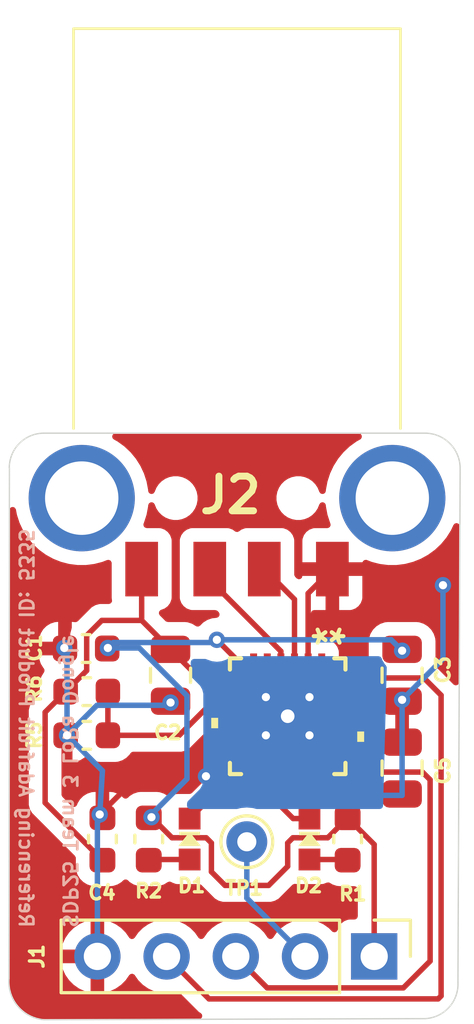
<source format=kicad_pcb>
(kicad_pcb (version 20240108) (generator "pcbnew") (generator_version "8.0")
  (layers (0 "F.Cu" signal) (31 "B.Cu" signal) (34 "B.Paste" user) (35 "F.Paste" user) (36 "B.SilkS" user "B.Silkscreen") (37 "F.SilkS" user "F.Silkscreen") (38 "B.Mask" user) (39 "F.Mask" user) (44 "Edge.Cuts" user))
  (net 0 "")
  (net 1 "+3.3V")
  (net 2 "GND")
  (net 3 "+5V")
  (net 4 "Net-(IC1-CP2014VREG)")
  (net 5 "Net-(D1-PadA)")
  (net 6 "Net-(IC1-GPIO0{slash}TXLED)")
  (net 7 "Net-(IC1-GPIO1{slash}RXLED)")
  (net 8 "Net-(D2-PadA)")
  (net 9 "/RI")
  (net 10 "/D+")
  (net 11 "/DTR")
  (net 12 "/RTS")
  (net 13 "/GPIO3")
  (net 14 "/CTS")
  (net 15 "/RST")
  (net 16 "/VBUS_DETECT")
  (net 17 "/DCD")
  (net 18 "/DSR")
  (net 19 "/D-")
  (net 20 "/SUSP")
  (net 21 "/GPIO2")
  (net 22 "/#SUSP")
  (net 23 "/TX")
  (net 24 "/RX")
  (net 25 "/RSTL")
  (footprint "Capacitor_SMD:C_0603_1608Metric" (layer "F.Cu") (at 131.8 89.8 90)
    (property "Reference" "R1" (at -2.01 0.19 180) (layer "F.SilkS") (effects (font (size 0.5 0.5))))
    (property "Value" "20K")
    (fp_line (start -0.14058 -0.51) (end 0.14058 -0.51) (stroke (width 0.12)) (layer "F.SilkS"))
    (fp_line (start -0.14058 0.51) (end 0.14058 0.51) (stroke (width 0.12)) (layer "F.SilkS"))
    (pad "1" smd roundrect (at -0.775 0 90) (size 0.9 0.95) (layers "F.Cu" "F.Paste" "F.Mask") (net 8 "Net-(D2-PadA)"))
    (pad "2" smd roundrect (at 0.775 0 90) (size 0.9 0.95) (layers "F.Cu" "F.Paste" "F.Mask") (net 1 "+3.3V"))
  )
  (footprint "Adafruit CP2102N Friend:CHIPLED_0603_NOOUTLINE" (layer "F.Cu") (at 126 89.8)
    (property "Reference" "D1" (at -0.5 2 0) (layer "F.SilkS") (effects (font (size 0.5 0.5) (thickness 0.146304)) (justify left bottom)))
    (property "Value" "RED" (hide yes))
    (fp_poly (pts (xy 0.412544 0.254) (xy -0.412544 0.254) (xy 0 -0.26168)) (fill solid) (layer "F.SilkS"))
    (fp_poly (pts (xy -0.381 -0.1397) (xy 0.381 -0.1397) (xy 0.381 -0.2667) (xy -0.381 -0.2667)) (fill solid) (layer "F.SilkS"))
    (pad "A" smd rect (at 0 0.75) (size 0.8 0.8) (layers "F.Cu" "F.Paste" "F.Mask") (net 5 "Net-(D1-PadA)"))
    (pad "C" smd rect (at 0 -0.75) (size 0.8 0.8) (layers "F.Cu" "F.Paste" "F.Mask") (net 7 "Net-(IC1-GPIO1{slash}RXLED)"))
  )
  (footprint "Capacitor_SMD:C_0603_1608Metric" (layer "F.Cu") (at 122.225 84.4 180)
    (property "Reference" "R6" (at 1.925 0.1 90) (layer "F.SilkS") (effects (font (size 0.5 0.5))))
    (property "Value" "20K")
    (fp_line (start -0.14058 0.51) (end 0.14058 0.51) (stroke (width 0.12)) (layer "F.SilkS"))
    (fp_line (start -0.14058 -0.51) (end 0.14058 -0.51) (stroke (width 0.12)) (layer "F.SilkS"))
    (pad "1" smd roundrect (at -0.775 0 180) (size 0.9 0.95) (layers "F.Cu" "F.Paste" "F.Mask") (net 16 "/VBUS_DETECT"))
    (pad "2" smd roundrect (at 0.775 0 180) (size 0.9 0.95) (layers "F.Cu" "F.Paste" "F.Mask") (net 3 "+5V"))
  )
  (footprint "Capacitor_SMD:C_0603_1608Metric" (layer "F.Cu") (at 122.225 86)
    (property "Reference" "R5" (at -1.925 0 90) (layer "F.SilkS") (effects (font (size 0.5 0.5))))
    (property "Value" "47K")
    (fp_line (start -0.14058 -0.51) (end 0.14058 -0.51) (stroke (width 0.12)) (layer "F.SilkS"))
    (fp_line (start -0.14058 0.51) (end 0.14058 0.51) (stroke (width 0.12)) (layer "F.SilkS"))
    (pad "1" smd roundrect (at -0.775 0) (size 0.9 0.95) (layers "F.Cu" "F.Paste" "F.Mask") (net 2 "GND"))
    (pad "2" smd roundrect (at 0.775 0) (size 0.9 0.95) (layers "F.Cu" "F.Paste" "F.Mask") (net 16 "/VBUS_DETECT"))
  )
  (footprint "Connector_PinHeader_2.54mm:PinHeader_1x05_P2.54mm_Vertical" (layer "F.Cu") (at 132.775 94.1 -90)
    (property "Reference" "J1" (at 0 12.38 90) (layer "F.SilkS") (effects (font (size 0.5 0.5))))
    (property "Value" "Conn_01x05" (hide yes))
    (fp_line (start -1.33 11.49) (end 1.33 11.49) (stroke (width 0.12)) (layer "F.SilkS"))
    (fp_line (start -1.33 1.27) (end -1.33 11.49) (stroke (width 0.12)) (layer "F.SilkS"))
    (fp_line (start -1.33 1.27) (end 1.33 1.27) (stroke (width 0.12)) (layer "F.SilkS"))
    (fp_line (start 1.33 1.27) (end 1.33 11.49) (stroke (width 0.12)) (layer "F.SilkS"))
    (fp_line (start -1.33 0) (end -1.33 -1.33) (stroke (width 0.12)) (layer "F.SilkS"))
    (fp_line (start -1.33 -1.33) (end 0 -1.33) (stroke (width 0.12)) (layer "F.SilkS"))
    (pad "1" thru_hole rect (at 0 0 270) (size 1.7 1.7) (drill 1) (layers "*.Cu" "*.Mask") (net 1 "+3.3V"))
    (pad "2" thru_hole oval (at 0 2.54 270) (size 1.7 1.7) (drill 1) (layers "*.Cu" "*.Mask") (net 25 "/RSTL"))
    (pad "3" thru_hole oval (at 0 5.08 270) (size 1.7 1.7) (drill 1) (layers "*.Cu" "*.Mask") (net 24 "/RX"))
    (pad "4" thru_hole oval (at 0 7.62 270) (size 1.7 1.7) (drill 1) (layers "*.Cu" "*.Mask") (net 23 "/TX"))
    (pad "5" thru_hole oval (at 0 10.16 270) (size 1.7 1.7) (drill 1) (layers "*.Cu" "*.Mask") (net 2 "GND"))
  )
  (footprint "TestPoint:TestPoint_THTPad_D1.5mm_Drill0.7mm" (layer "F.Cu") (at 128.1 89.9)
    (property "Reference" "TP1" (at -0.1 1.7 0) (layer "F.SilkS") (effects (font (size 0.5 0.5) (thickness 0.125))))
    (property "Value" "TestPoint")
    (fp_circle (center 0 0) (end 0 0.95) (stroke (width 0.12)) (fill none) (layer "F.SilkS"))
    (pad "1" thru_hole circle (at 0 0) (size 1.5 1.5) (drill 0.7) (layers "*.Cu" "*.Mask") (net 25 "/RSTL"))
  )
  (footprint "Adafruit CP2102N Friend:17340281" (layer "F.Cu") (at 127.74 70.01 180)
    (property "Reference" "J2" (at 0.24 -7.19 0) (layer "F.SilkS") (effects (font (size 1.27 1.27) (thickness 0.254))))
    (property "Value" "USB_A" (hide yes))
    (fp_line (start 6 9.9) (end -6 9.9) (stroke (width 0.1)) (layer "F.SilkS"))
    (fp_line (start 6 9.75) (end 6 9.9) (stroke (width 0.1)) (layer "F.SilkS"))
    (fp_line (start 6 -4.75) (end 6 9.75) (stroke (width 0.1)) (layer "F.SilkS"))
    (fp_line (start -6 9.9) (end -6 -4.75) (stroke (width 0.1)) (layer "F.SilkS"))
    (pad "" np_thru_hole circle (at -2.25 -7.3 180) (size 1.1 1.1) (drill 1.1) (layers "*.Cu" "*.Mask"))
    (pad "" np_thru_hole circle (at 2.25 -7.3 180) (size 1.1 1.1) (drill 1.1) (layers "*.Cu" "*.Mask"))
    (pad "1" smd rect (at 3.5 -9.9 180) (size 1.2 2) (layers "F.Cu" "F.Paste" "F.Mask") (net 3 "+5V"))
    (pad "2" smd rect (at 1 -9.9 180) (size 1.2 2) (layers "F.Cu" "F.Paste" "F.Mask") (net 19 "/D-"))
    (pad "3" smd rect (at -1 -9.9 180) (size 1.2 2) (layers "F.Cu" "F.Paste" "F.Mask") (net 10 "/D+"))
    (pad "4" smd rect (at -3.5 -9.9 180) (size 1.2 2) (layers "F.Cu" "F.Paste" "F.Mask") (net 2 "GND"))
    (pad "5" thru_hole circle (at 5.7 -7.3 180) (size 3.9 3.9) (drill 2.6926) (layers "*.Cu" "*.Mask"))
    (pad "6" thru_hole circle (at -5.7 -7.3 180) (size 3.9 3.9) (drill 2.6926) (layers "*.Cu" "*.Mask"))
  )
  (footprint "Capacitor_SMD:C_0603_1608Metric" (layer "F.Cu") (at 122.2 82.82 180)
    (property "Reference" "C1" (at 1.9 0.02 -90) (layer "F.SilkS") (effects (font (size 0.5 0.5))))
    (property "Value" "0.1uF")
    (fp_line (start -0.14058 0.51) (end 0.14058 0.51) (stroke (width 0.12)) (layer "F.SilkS"))
    (fp_line (start -0.14058 -0.51) (end 0.14058 -0.51) (stroke (width 0.12)) (layer "F.SilkS"))
    (pad "1" smd roundrect (at -0.775 0 180) (size 0.9 0.95) (layers "F.Cu" "F.Paste" "F.Mask") (net 1 "+3.3V"))
    (pad "2" smd roundrect (at 0.775 0 180) (size 0.9 0.95) (layers "F.Cu" "F.Paste" "F.Mask") (net 2 "GND"))
  )
  (footprint "Capacitor_SMD:C_0603_1608Metric" (layer "F.Cu") (at 122.8 89.8 90)
    (property "Reference" "C4" (at -1.97 -0.02 180) (layer "F.SilkS") (effects (font (size 0.5 0.5))))
    (property "Value" "0.1uF")
    (fp_line (start -0.14058 -0.51) (end 0.14058 -0.51) (stroke (width 0.12)) (layer "F.SilkS"))
    (fp_line (start -0.14058 0.51) (end 0.14058 0.51) (stroke (width 0.12)) (layer "F.SilkS"))
    (pad "1" smd roundrect (at -0.775 0 90) (size 0.9 0.95) (layers "F.Cu" "F.Paste" "F.Mask") (net 3 "+5V"))
    (pad "2" smd roundrect (at 0.775 0 90) (size 0.9 0.95) (layers "F.Cu" "F.Paste" "F.Mask") (net 2 "GND"))
  )
  (footprint "Capacitor_SMD:C_0805_2012Metric" (layer "F.Cu") (at 133.8 83.8 -90)
    (property "Reference" "C3" (at -0.2 -1.5 -90) (layer "F.SilkS") (effects (font (size 0.5 0.5))))
    (property "Value" "10uF")
    (fp_line (start -0.261252 0.735) (end 0.261252 0.735) (stroke (width 0.12)) (layer "F.SilkS"))
    (fp_line (start -0.261252 -0.735) (end 0.261252 -0.735) (stroke (width 0.12)) (layer "F.SilkS"))
    (pad "1" smd roundrect (at -0.95 0 270) (size 1 1.45) (layers "F.Cu" "F.Paste" "F.Mask") (net 1 "+3.3V"))
    (pad "2" smd roundrect (at 0.95 0 270) (size 1 1.45) (layers "F.Cu" "F.Paste" "F.Mask") (net 2 "GND"))
  )
  (footprint "Capacitor_SMD:C_0805_2012Metric" (layer "F.Cu") (at 125.3 83.8 -90)
    (property "Reference" "C2" (at 2.1 0.1 0) (layer "F.SilkS") (effects (font (size 0.5 0.5))))
    (property "Value" "10uF")
    (fp_line (start -0.261252 0.735) (end 0.261252 0.735) (stroke (width 0.12)) (layer "F.SilkS"))
    (fp_line (start -0.261252 -0.735) (end 0.261252 -0.735) (stroke (width 0.12)) (layer "F.SilkS"))
    (pad "1" smd roundrect (at -0.95 0 270) (size 1 1.45) (layers "F.Cu" "F.Paste" "F.Mask") (net 3 "+5V"))
    (pad "2" smd roundrect (at 0.95 0 270) (size 1 1.45) (layers "F.Cu" "F.Paste" "F.Mask") (net 2 "GND"))
  )
  (footprint "Capacitor_SMD:C_0603_1608Metric" (layer "F.Cu") (at 124.5 89.8 90)
    (property "Reference" "R2" (at -1.9 0 180) (layer "F.SilkS") (effects (font (size 0.5 0.5))))
    (property "Value" "20K")
    (fp_line (start -0.14058 -0.51) (end 0.14058 -0.51) (stroke (width 0.12)) (layer "F.SilkS"))
    (fp_line (start -0.14058 0.51) (end 0.14058 0.51) (stroke (width 0.12)) (layer "F.SilkS"))
    (pad "1" smd roundrect (at -0.775 0 90) (size 0.9 0.95) (layers "F.Cu" "F.Paste" "F.Mask") (net 5 "Net-(D1-PadA)"))
    (pad "2" smd roundrect (at 0.775 0 90) (size 0.9 0.95) (layers "F.Cu" "F.Paste" "F.Mask") (net 1 "+3.3V"))
  )
  (footprint "Capacitor_SMD:C_0805_2012Metric" (layer "F.Cu") (at 133.8 87.2 90)
    (property "Reference" "C5" (at -0.1 1.5 90) (layer "F.SilkS") (effects (font (size 0.5 0.5))))
    (property "Value" "10uF")
    (fp_line (start -0.261252 -0.735) (end 0.261252 -0.735) (stroke (width 0.12)) (layer "F.SilkS"))
    (fp_line (start -0.261252 0.735) (end 0.261252 0.735) (stroke (width 0.12)) (layer "F.SilkS"))
    (pad "1" smd roundrect (at -0.95 0 90) (size 1 1.45) (layers "F.Cu" "F.Paste" "F.Mask") (net 4 "Net-(IC1-CP2014VREG)"))
    (pad "2" smd roundrect (at 0.95 0 90) (size 1 1.45) (layers "F.Cu" "F.Paste" "F.Mask") (net 2 "GND"))
  )
  (footprint "Adafruit CP2102N Friend:CHIPLED_0603_NOOUTLINE" (layer "F.Cu") (at 130.4 89.8)
    (property "Reference" "D2" (at -0.6 2 0) (layer "F.SilkS") (effects (font (size 0.5 0.5) (thickness 0.146304)) (justify left bottom)))
    (property "Value" "GREEN" (hide yes))
    (fp_poly (pts (xy 0.412544 0.254) (xy -0.412544 0.254) (xy 0 -0.26168)) (fill solid) (layer "F.SilkS"))
    (fp_poly (pts (xy -0.381 -0.1397) (xy 0.381 -0.1397) (xy 0.381 -0.2667) (xy -0.381 -0.2667)) (fill solid) (layer "F.SilkS"))
    (pad "A" smd rect (at 0 0.75) (size 0.8 0.8) (layers "F.Cu" "F.Paste" "F.Mask") (net 8 "Net-(D2-PadA)"))
    (pad "C" smd rect (at 0 -0.75) (size 0.8 0.8) (layers "F.Cu" "F.Paste" "F.Mask") (net 6 "Net-(IC1-GPIO0{slash}TXLED)"))
  )
  (footprint "Adafruit CP2102N Friend:QFN24_CP2102N_SIL" (layer "F.Cu") (at 129.6 85.3 -90)
    (property "Reference" "IC1" (hide yes))
    (property "Value" "CP2102N-24")
    (fp_line (start -2.1209 2.1209) (end -1.710055 2.1209) (stroke (width 0.1524)) (layer "F.SilkS"))
    (fp_line (start 1.710055 2.1209) (end 2.1209 2.1209) (stroke (width 0.1524)) (layer "F.SilkS"))
    (fp_line (start 2.1209 2.1209) (end 2.1209 1.710055) (stroke (width 0.1524)) (layer "F.SilkS"))
    (fp_line (start -2.1209 1.710055) (end -2.1209 2.1209) (stroke (width 0.1524)) (layer "F.SilkS"))
    (fp_line (start 2.1209 -1.710055) (end 2.1209 -2.1209) (stroke (width 0.1524)) (layer "F.SilkS"))
    (fp_line (start -2.1209 -2.1209) (end -2.1209 -1.710055) (stroke (width 0.1524)) (layer "F.SilkS"))
    (fp_line (start -1.710055 -2.1209) (end -2.1209 -2.1209) (stroke (width 0.1524)) (layer "F.SilkS"))
    (fp_line (start 2.1209 -2.1209) (end 1.710055 -2.1209) (stroke (width 0.1524)) (layer "F.SilkS"))
    (fp_poly (pts (xy 0.059563 2.5527) (xy 0.059563 2.8067) (xy 0.440563 2.8067) (xy 0.440563 2.5527)) (fill solid) (layer "F.SilkS"))
    (fp_poly (pts (xy 0.559689 -2.5527) (xy 0.559689 -2.8067) (xy 0.940689 -2.8067) (xy 0.940689 -2.5527)) (fill solid) (layer "F.SilkS"))
    (fp_text user "*" (at -2.9337 -1.500378 -90) (layer "F.SilkS"))
    (fp_text user "*" (at -2.9337 -1.500378 -90) (layer "F.SilkS"))
    (pad "1" smd rect (at -1.8923 -1.250315) (size 0.254 0.8128) (layers "F.Cu" "F.Paste" "F.Mask") (net 9 "/RI"))
    (pad "2" smd rect (at -1.8923 -0.750189) (size 0.254 0.8128) (layers "F.Cu" "F.Paste" "F.Mask") (net 2 "GND"))
    (pad "3" smd rect (at -1.8923 -0.250063) (size 0.254 0.8128) (layers "F.Cu" "F.Paste" "F.Mask") (net 10 "/D+"))
    (pad "4" smd rect (at -1.8923 0.250063) (size 0.254 0.8128) (layers "F.Cu" "F.Paste" "F.Mask") (net 19 "/D-"))
    (pad "5" smd rect (at -1.8923 0.750189) (size 0.254 0.8128) (layers "F.Cu" "F.Paste" "F.Mask") (net 1 "+3.3V"))
    (pad "6" smd rect (at -1.8923 1.250315) (size 0.254 0.8128) (layers "F.Cu" "F.Paste" "F.Mask") (net 1 "+3.3V"))
    (pad "7" smd rect (at -1.250315 1.8923 270) (size 0.254 0.8128) (layers "F.Cu" "F.Paste" "F.Mask") (net 3 "+5V"))
    (pad "8" smd rect (at -0.750189 1.8923 270) (size 0.254 0.8128) (layers "F.Cu" "F.Paste" "F.Mask") (net 16 "/VBUS_DETECT"))
    (pad "9" smd rect (at -0.250063 1.8923 270) (size 0.254 0.8128) (layers "F.Cu" "F.Paste" "F.Mask") (net 15 "/RST"))
    (pad "10" smd rect (at 0.250063 1.8923 270) (size 0.254 0.8128) (layers "F.Cu" "F.Paste" "F.Mask"))
    (pad "11" smd rect (at 0.750189 1.8923 270) (size 0.254 0.8128) (layers "F.Cu" "F.Paste" "F.Mask") (net 13 "/GPIO3"))
    (pad "12" smd rect (at 1.250315 1.8923 270) (size 0.254 0.8128) (layers "F.Cu" "F.Paste" "F.Mask") (net 21 "/GPIO2"))
    (pad "13" smd rect (at 1.8923 1.250315) (size 0.254 0.8128) (layers "F.Cu" "F.Paste" "F.Mask") (net 7 "Net-(IC1-GPIO1{slash}RXLED)"))
    (pad "14" smd rect (at 1.8923 0.750189) (size 0.254 0.8128) (layers "F.Cu" "F.Paste" "F.Mask") (net 6 "Net-(IC1-GPIO0{slash}TXLED)"))
    (pad "15" smd rect (at 1.8923 0.250063) (size 0.254 0.8128) (layers "F.Cu" "F.Paste" "F.Mask") (net 22 "/#SUSP"))
    (pad "16" smd rect (at 1.8923 -0.250063) (size 0.254 0.8128) (layers "F.Cu" "F.Paste" "F.Mask") (net 4 "Net-(IC1-CP2014VREG)"))
    (pad "17" smd rect (at 1.8923 -0.750189) (size 0.254 0.8128) (layers "F.Cu" "F.Paste" "F.Mask") (net 20 "/SUSP"))
    (pad "18" smd rect (at 1.8923 -1.250315) (size 0.254 0.8128) (layers "F.Cu" "F.Paste" "F.Mask") (net 14 "/CTS"))
    (pad "19" smd rect (at 1.250315 -1.8923 270) (size 0.254 0.8128) (layers "F.Cu" "F.Paste" "F.Mask") (net 12 "/RTS"))
    (pad "20" smd rect (at 0.750189 -1.8923 270) (size 0.254 0.8128) (layers "F.Cu" "F.Paste" "F.Mask") (net 24 "/RX"))
    (pad "21" smd rect (at 0.250063 -1.8923 270) (size 0.254 0.8128) (layers "F.Cu" "F.Paste" "F.Mask") (net 23 "/TX"))
    (pad "22" smd rect (at -0.250063 -1.8923 270) (size 0.254 0.8128) (layers "F.Cu" "F.Paste" "F.Mask") (net 18 "/DSR"))
    (pad "23" smd rect (at -0.750189 -1.8923 270) (size 0.254 0.8128) (layers "F.Cu" "F.Paste" "F.Mask") (net 11 "/DTR"))
    (pad "24" smd rect (at -1.250315 -1.8923 270) (size 0.254 0.8128) (layers "F.Cu" "F.Paste" "F.Mask") (net 17 "/DCD"))
    (pad "THERM" smd rect (at 0 0 270) (size 2.5 2.5) (layers "F.Cu" "F.Paste" "F.Mask") (net 2 "GND"))
  )
  (gr_line (start 135.84958 95.050438) (end 135.930419 76.2) (stroke (width 0.05)) (layer "Edge.Cuts"))
  (gr_line (start 119.386389 76.2) (end 119.36976 94.901983) (stroke (width 0.05)) (layer "Edge.Cuts"))
  (gr_line (start 120.65 74.93) (end 134.62 74.93) (stroke (width 0.05)) (layer "Edge.Cuts"))
  (gr_arc (start 135.84958 95.050438) (mid 135.523703 95.964173) (end 134.647165 96.379851) (stroke (width 0.05)) (layer "Edge.Cuts"))
  (gr_arc (start 119.380944 76.202271) (mid 119.751976 75.303305) (end 120.65 74.93) (stroke (width 0.05)) (layer "Edge.Cuts"))
  (gr_arc (start 120.65 96.420148) (mid 119.695457 95.926212) (end 119.36976 94.901983) (stroke (width 0.05)) (layer "Edge.Cuts"))
  (gr_arc (start 134.620001 74.93) (mid 135.538026 75.293691) (end 135.93 76.2) (stroke (width 0.05)) (layer "Edge.Cuts"))
  (gr_line (start 120.65 96.420148) (end 134.647165 96.379851) (stroke (width 0.05)) (layer "Edge.Cuts"))
  (gr_text "SDP25 Team 3 LoRa Dongle\n\nReferencing Adafruit Product ID: 5335" (at 119.7 93.1 270) (layer "B.SilkS") (effects (font (size 0.5 0.5) (thickness 0.1)) (justify left bottom mirror)))
  (segment (start 131.8 89.025) (end 131.8 89) (width 0.2) (layer "F.Cu") (net 1))
  (segment (start 126.6096 89.7532) (end 126.8 89.9436) (width 0.2) (layer "F.Cu") (net 1))
  (segment (start 127.9077 83.4077) (end 127 82.5) (width 0.2) (layer "F.Cu") (net 1))
  (segment (start 131.8 89) (end 131.775 89) (width 0.2) (layer "F.Cu") (net 1))
  (segment (start 131.0718 89.7532) (end 131.8 89.025) (width 0.2) (layer "F.Cu") (net 1))
  (segment (start 132.775 94.1) (end 132.775 90) (width 0.2) (layer "F.Cu") (net 1))
  (segment (start 129.7904 89.7532) (end 131.0718 89.7532) (width 0.2) (layer "F.Cu") (net 1))
  (segment (start 127.3 91.5) (end 128.9 91.5) (width 0.2) (layer "F.Cu") (net 1))
  (segment (start 128.9 91.5) (end 129.6 90.8) (width 0.2) (layer "F.Cu") (net 1))
  (segment (start 126.8 91) (end 127.3 91.5) (width 0.2) (layer "F.Cu") (net 1))
  (segment (start 128.349685 83.4077) (end 127.9077 83.4077) (width 0.2) (layer "F.Cu") (net 1))
  (segment (start 125.3532 89.7532) (end 126.6096 89.7532) (width 0.2) (layer "F.Cu") (net 1))
  (segment (start 129.6 90.8) (end 129.6 89.9436) (width 0.2) (layer "F.Cu") (net 1))
  (segment (start 129.6 89.9436) (end 129.7904 89.7532) (width 0.2) (layer "F.Cu") (net 1))
  (segment (start 126.8 89.9436) (end 126.8 91) (width 0.2) (layer "F.Cu") (net 1))
  (segment (start 124.6 89) (end 125.3532 89.7532) (width 0.2) (layer "F.Cu") (net 1))
  (segment (start 128.849811 83.4077) (end 128.349685 83.4077) (width 0.2) (layer "F.Cu") (net 1))
  (segment (start 131.775 89) (end 131.8 89.025) (width 0.2) (layer "F.Cu") (net 1))
  (segment (start 132.775 90) (end 131.8 89.025) (width 0.2) (layer "F.Cu") (net 1))
  (via (at 127 82.5) (size 0.6) (drill 0.3) (layers "F.Cu" "B.Cu") (net 1))
  (via (at 133.8 82.9) (size 0.6) (drill 0.3) (layers "F.Cu" "B.Cu") (net 1))
  (via (at 124.6 89) (size 0.6) (drill 0.3) (layers "F.Cu" "B.Cu") (net 1))
  (via (at 123 82.8) (size 0.6) (drill 0.3) (layers "F.Cu" "B.Cu") (net 1))
  (segment (start 124.5 89) (end 124.5 89) (width 0.2) (layer "B.Cu") (net 1))
  (segment (start 133.4 82.5) (end 133.8 82.9) (width 0.2) (layer "B.Cu") (net 1))
  (segment (start 124.6 89) (end 124.5 89) (width 0.2) (layer "B.Cu") (net 1))
  (segment (start 124.153054 82.8) (end 125.9032 84.550146) (width 0.2) (layer "B.Cu") (net 1))
  (segment (start 125.9032 84.550146) (end 125.9032 87.5968) (width 0.2) (layer "B.Cu") (net 1))
  (segment (start 127 82.5) (end 133.4 82.5) (width 0.2) (layer "B.Cu") (net 1))
  (segment (start 127 82.5) (end 126.9 82.6) (width 0.2) (layer "B.Cu") (net 1))
  (segment (start 125.9032 87.5968) (end 124.6 88.9) (width 0.2) (layer "B.Cu") (net 1))
  (segment (start 126.9 82.6) (end 123.2 82.6) (width 0.2) (layer "B.Cu") (net 1))
  (segment (start 123.2 82.6) (end 123 82.8) (width 0.2) (layer "B.Cu") (net 1))
  (segment (start 124.6 88.9) (end 124.6 89) (width 0.2) (layer "B.Cu") (net 1))
  (segment (start 123 82.8) (end 124.153054 82.8) (width 0.2) (layer "B.Cu") (net 1))
  (segment (start 135.3 80.5) (end 134.71 79.91) (width 0.2) (layer "F.Cu") (net 2))
  (segment (start 129.6 84.750189) (end 130.350189 84) (width 0.2) (layer "F.Cu") (net 2))
  (segment (start 130.350189 84) (end 130.350189 83.4077) (width 0.2) (layer "F.Cu") (net 2))
  (segment (start 130.350189 80.799811) (end 130.350189 83.4077) (width 0.2) (layer "F.Cu") (net 2))
  (segment (start 124.1 87.5) (end 122.7 88.9) (width 0.2) (layer "F.Cu") (net 2))
  (segment (start 134.71 79.91) (end 131.24 79.91) (width 0.2) (layer "F.Cu") (net 2))
  (segment (start 126.6 87.5) (end 124.1 87.5) (width 0.2) (layer "F.Cu") (net 2))
  (segment (start 133.8 84.75) (end 133.8 84.7) (width 0.2) (layer "F.Cu") (net 2))
  (segment (start 131.24 79.91) (end 130.350189 80.799811) (width 0.2) (layer "F.Cu") (net 2))
  (segment (start 129.6 85.3) (end 129.6 84.750189) (width 0.2) (layer "F.Cu") (net 2))
  (segment (start 133.8 84.7) (end 133.8 86.25) (width 0.2) (layer "F.Cu") (net 2))
  (via (at 135.3 80.5) (size 0.6) (drill 0.3) (layers "F.Cu" "B.Cu") (net 2))
  (via (at 129.6 85.3) (size 0.9) (drill 0.5) (layers "F.Cu" "B.Cu") (net 2))
  (via (at 128.8 86) (size 0.6) (drill 0.3) (layers "F.Cu" "B.Cu") (net 2))
  (via (at 122.7 88.9) (size 0.6) (drill 0.3) (layers "F.Cu" "B.Cu") (net 2))
  (via (at 121.5 86) (size 0.6) (drill 0.3) (layers "F.Cu" "B.Cu") (net 2))
  (via (at 133.8 84.7) (size 0.6) (drill 0.3) (layers "F.Cu" "B.Cu") (net 2))
  (via (at 128.8 84.6) (size 0.6) (drill 0.3) (layers "F.Cu" "B.Cu") (net 2))
  (via (at 130.4 84.6) (size 0.6) (drill 0.3) (layers "F.Cu" "B.Cu") (net 2))
  (via (at 130.4 86) (size 0.6) (drill 0.3) (layers "F.Cu" "B.Cu") (net 2))
  (via (at 121.4 82.8) (size 0.6) (drill 0.3) (layers "F.Cu" "B.Cu") (net 2))
  (via (at 125.3 84.8) (size 0.6) (drill 0.3) (layers "F.Cu" "B.Cu") (net 2))
  (via (at 126.6 87.5) (size 0.6) (drill 0.3) (layers "F.Cu" "B.Cu") (net 2))
  (segment (start 122.8 89) (end 122.7 88.9) (width 0.2) (layer "B.Cu") (net 2))
  (segment (start 127.3 88.2) (end 126.6 87.5) (width 0.2) (layer "B.Cu") (net 2))
  (segment (start 125.1 84.9) (end 125.2 84.8) (width 0.2) (layer "B.Cu") (net 2))
  (segment (start 122.8 87.3) (end 121.5 86) (width 0.2) (layer "B.Cu") (net 2))
  (segment (start 122.615 94.1) (end 122.615 89.185) (width 0.2) (layer "B.Cu") (net 2))
  (segment (start 125.3 84.8) (end 125.3 84.7) (width 0.2) (layer "B.Cu") (net 2))
  (segment (start 122.7 88.9) (end 122.8 87.3) (width 0.2) (layer "B.Cu") (net 2))
  (segment (start 133.8 84.7) (end 133.8 88.2) (width 0.2) (layer "B.Cu") (net 2))
  (segment (start 133.8 88.2) (end 127.3 88.2) (width 0.2) (layer "B.Cu") (net 2))
  (segment (start 135.3 83.2) (end 135.3 80.5) (width 0.2) (layer "B.Cu") (net 2))
  (segment (start 125.3 84.7) (end 125.2 84.8) (width 0.2) (layer "B.Cu") (net 2))
  (segment (start 126.6 87.5) (end 126.65 87.45) (width 0.2) (layer "B.Cu") (net 2))
  (segment (start 133.8 84.7) (end 135.3 83.2) (width 0.2) (layer "B.Cu") (net 2))
  (segment (start 121.5 82.9) (end 121.4 82.8) (width 0.2) (layer "B.Cu") (net 2))
  (segment (start 121.5 86) (end 122.6 84.9) (width 0.2) (layer "B.Cu") (net 2))
  (segment (start 122.6 84.9) (end 125.1 84.9) (width 0.2) (layer "B.Cu") (net 2))
  (segment (start 121.5 86) (end 121.5 82.9) (width 0.2) (layer "B.Cu") (net 2))
  (segment (start 125.2 84.8) (end 125.3 84.8) (width 0.2) (layer "B.Cu") (net 2))
  (segment (start 122.615 89.185) (end 122.8 89) (width 0.2) (layer "B.Cu") (net 2))
  (segment (start 124.24 81.79) (end 122.776778 81.79) (width 0.2) (layer "F.Cu") (net 3))
  (segment (start 121.45 84.4) (end 121.45 84.45) (width 0.2) (layer "F.Cu") (net 3))
  (segment (start 124.24 79.91) (end 124.24 81.79) (width 0.2) (layer "F.Cu") (net 3))
  (segment (start 120.6968 85.1532) (end 120.6968 88.4718) (width 0.2) (layer "F.Cu") (net 3))
  (segment (start 120.6968 88.4718) (end 122.8 90.575) (width 0.2) (layer "F.Cu") (net 3))
  (segment (start 126.499685 84.049685) (end 125.3 82.85) (width 0.2) (layer "F.Cu") (net 3))
  (segment (start 127.7077 84.049685) (end 126.499685 84.049685) (width 0.2) (layer "F.Cu") (net 3))
  (segment (start 122.2218 82.344978) (end 122.2218 83.6282) (width 0.2) (layer "F.Cu") (net 3))
  (segment (start 124.24 81.79) (end 125.3 82.85) (width 0.2) (layer "F.Cu") (net 3))
  (segment (start 122.2218 83.6282) (end 121.45 84.4) (width 0.2) (layer "F.Cu") (net 3))
  (segment (start 121.45 84.4) (end 120.6968 85.1532) (width 0.2) (layer "F.Cu") (net 3))
  (segment (start 122.776778 81.79) (end 122.2218 82.344978) (width 0.2) (layer "F.Cu") (net 3))
  (segment (start 129.850063 87.1923) (end 129.850063 87.831974) (width 0.2) (layer "F.Cu") (net 4))
  (segment (start 129.850063 87.831974) (end 130.168089 88.15) (width 0.2) (layer "F.Cu") (net 4))
  (segment (start 130.168089 88.15) (end 133.8 88.15) (width 0.2) (layer "F.Cu") (net 4))
  (segment (start 126 90.55) (end 124.525 90.55) (width 0.2) (layer "F.Cu") (net 5))
  (segment (start 124.525 90.55) (end 124.5 90.575) (width 0.2) (layer "F.Cu") (net 5))
  (segment (start 129.8 89.05) (end 128.849811 88.099811) (width 0.2) (layer "F.Cu") (net 6))
  (segment (start 130.4 89.05) (end 129.8 89.05) (width 0.2) (layer "F.Cu") (net 6))
  (segment (start 128.849811 88.099811) (end 128.849811 87.1923) (width 0.2) (layer "F.Cu") (net 6))
  (segment (start 127.8577 87.1923) (end 128.349685 87.1923) (width 0.2) (layer "F.Cu") (net 7))
  (segment (start 126 89.05) (end 127.8577 87.1923) (width 0.2) (layer "F.Cu") (net 7))
  (segment (start 131.775 90.55) (end 131.8 90.575) (width 0.2) (layer "F.Cu") (net 8))
  (segment (start 130.4 90.55) (end 131.775 90.55) (width 0.2) (layer "F.Cu") (net 8))
  (segment (start 129.850063 81.020063) (end 129.850063 83.4077) (width 0.2) (layer "F.Cu") (net 10))
  (segment (start 128.74 79.91) (end 129.850063 81.020063) (width 0.2) (layer "F.Cu") (net 10))
  (segment (start 125.617837 86) (end 127.068026 84.549811) (width 0.2) (layer "F.Cu") (net 16))
  (segment (start 123 84.4) (end 123 86) (width 0.2) (layer "F.Cu") (net 16))
  (segment (start 123 86) (end 125.617837 86) (width 0.2) (layer "F.Cu") (net 16))
  (segment (start 127.068026 84.549811) (end 127.7077 84.549811) (width 0.2) (layer "F.Cu") (net 16))
  (segment (start 126.74 80.31) (end 129.349937 82.919937) (width 0.2) (layer "F.Cu") (net 19))
  (segment (start 126.74 79.91) (end 126.74 80.31) (width 0.2) (layer "F.Cu") (net 19))
  (segment (start 129.349937 82.919937) (end 129.349937 83.4077) (width 0.2) (layer "F.Cu") (net 19))
  (segment (start 126.7114 95.6564) (end 125.155 94.1) (width 0.2) (layer "F.Cu") (net 23))
  (segment (start 132.6 84.14213) (end 132.84213 83.9) (width 0.2) (layer "F.Cu") (net 23))
  (segment (start 132.6 85.5) (end 132.6 84.14213) (width 0.2) (layer "F.Cu") (net 23))
  (segment (start 132.84213 83.9) (end 134.6 83.9) (width 0.2) (layer "F.Cu") (net 23))
  (segment (start 132.549937 85.550063) (end 132.6 85.5) (width 0.2) (layer "F.Cu") (net 23))
  (segment (start 135.2314 95.54853) (end 135.12353 95.6564) (width 0.2) (layer "F.Cu") (net 23))
  (segment (start 135.2314 84.5314) (end 135.2314 95.54853) (width 0.2) (layer "F.Cu") (net 23))
  (segment (start 134.6 83.9) (end 135.2314 84.5314) (width 0.2) (layer "F.Cu") (net 23))
  (segment (start 131.4923 85.550063) (end 132.549937 85.550063) (width 0.2) (layer "F.Cu") (net 23))
  (segment (start 135.12353 95.6564) (end 126.7114 95.6564) (width 0.2) (layer "F.Cu") (net 23))
  (segment (start 132.549811 86.807681) (end 133.08893 87.3468) (width 0.2) (layer "F.Cu") (net 24))
  (segment (start 131.4923 86.050189) (end 132.549811 86.050189) (width 0.2) (layer "F.Cu") (net 24))
  (segment (start 132.549811 86.050189) (end 132.549811 86.807681) (width 0.2) (layer "F.Cu") (net 24))
  (segment (start 133.08893 87.3468) (end 134.5468 87.3468) (width 0.2) (layer "F.Cu") (net 24))
  (segment (start 134.8282 94.2718) (end 133.8468 95.2532) (width 0.2) (layer "F.Cu") (net 24))
  (segment (start 128.8482 95.2532) (end 127.695 94.1) (width 0.2) (layer "F.Cu") (net 24))
  (segment (start 133.8468 95.2532) (end 128.8482 95.2532) (width 0.2) (layer "F.Cu") (net 24))
  (segment (start 134.8282 87.6282) (end 134.8282 94.2718) (width 0.2) (layer "F.Cu") (net 24))
  (segment (start 134.5468 87.3468) (end 134.8282 87.6282) (width 0.2) (layer "F.Cu") (net 24))
  (segment (start 128.1 91.965) (end 130.235 94.1) (width 0.2) (layer "B.Cu") (net 25))
  (segment (start 128.1 89.9) (end 128.1 91.965) (width 0.2) (layer "B.Cu") (net 25))
  (zone (net 2) (net_name "GND") (layer "F.Cu") (connect_pads (clearance 0.5)) (min_thickness 0.25) (fill yes (thermal_gap 0.5) (thermal_bridge_width 0.5))
    (polygon (pts (xy 136.1 74.9) (xy 136.1 96.6) (xy 119.1 96.6) (xy 119.1 74.9)))
  )
  (zone (net 2) (net_name "GND") (layer "B.Cu") (priority 1) (connect_pads (clearance 0.5)) (min_thickness 0.25) (fill yes (thermal_gap 0.5) (thermal_bridge_width 0.5))
    (polygon (pts (xy 126.1 81.1) (xy 133.3 81.1) (xy 133.1 88.7) (xy 125.9 88.7)))
  )
)
</source>
